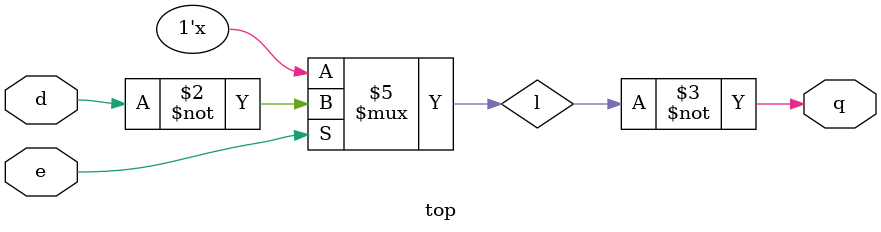
<source format=v>
module top(input e, d, output q);
reg l;
always @*
    if (e)
        l = ~d;
assign q = ~l;
endmodule

</source>
